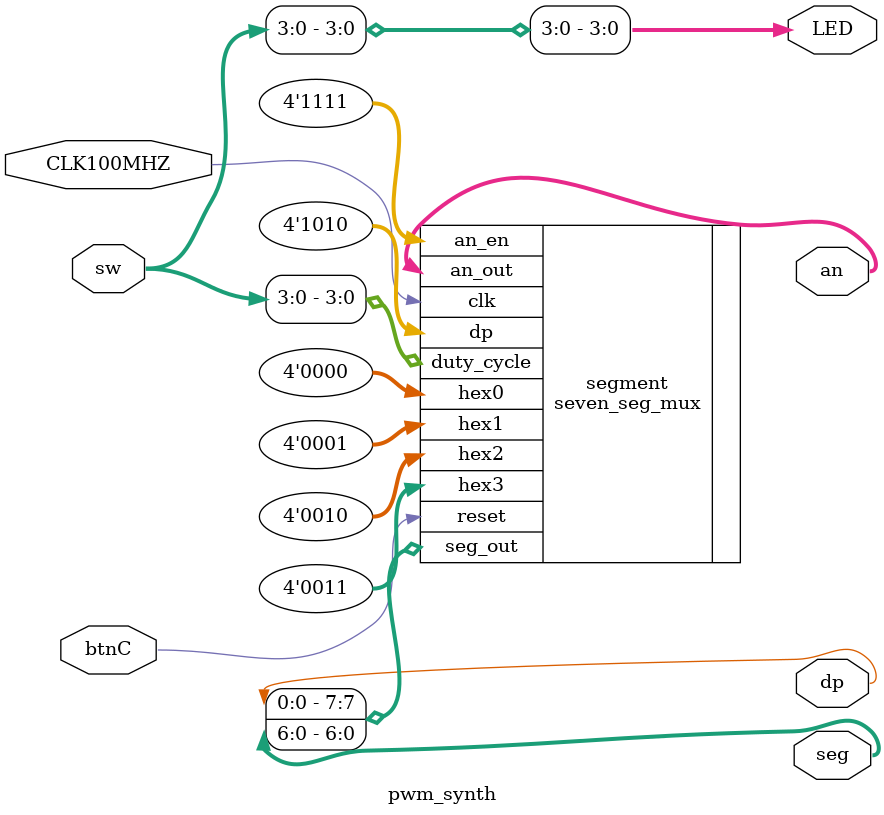
<source format=v>
`timescale 1ns / 1ps


module pwm_synth(
    input CLK100MHZ,
    input btnC,
    input [15:0] sw,
    output [15:0] LED,
    output dp,
    output [6:0] seg,
    output [3:0] an
    );
            
    seven_seg_mux segment(.clk(CLK100MHZ), .reset(btnC), .duty_cycle(sw[3:0]), .hex3(4'h3), .hex2(4'h2), .hex1(4'h1), .hex0(4'h0),
                          .dp(4'b1010), .an_en(4'b1111), .seg_out({dp, seg}), .an_out(an));
    
    assign LED[3:0] = sw[3:0];
    
endmodule

</source>
